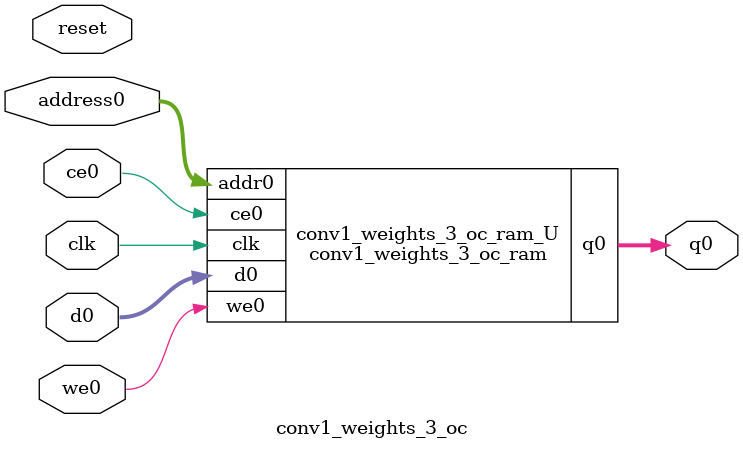
<source format=v>

`timescale 1 ns / 1 ps
module conv1_weights_3_oc_ram (addr0, ce0, d0, we0, q0,  clk);

parameter DWIDTH = 32;
parameter AWIDTH = 12;
parameter MEM_SIZE = 2400;

input[AWIDTH-1:0] addr0;
input ce0;
input[DWIDTH-1:0] d0;
input we0;
output reg[DWIDTH-1:0] q0;
input clk;

(* ram_style = "block" *)reg [DWIDTH-1:0] ram[0:MEM_SIZE-1];




always @(posedge clk)  
begin 
    if (ce0) 
    begin
        if (we0) 
        begin 
            ram[addr0] <= d0; 
            q0 <= d0;
        end 
        else 
            q0 <= ram[addr0];
    end
end


endmodule


`timescale 1 ns / 1 ps
module conv1_weights_3_oc(
    reset,
    clk,
    address0,
    ce0,
    we0,
    d0,
    q0);

parameter DataWidth = 32'd32;
parameter AddressRange = 32'd2400;
parameter AddressWidth = 32'd12;
input reset;
input clk;
input[AddressWidth - 1:0] address0;
input ce0;
input we0;
input[DataWidth - 1:0] d0;
output[DataWidth - 1:0] q0;



conv1_weights_3_oc_ram conv1_weights_3_oc_ram_U(
    .clk( clk ),
    .addr0( address0 ),
    .ce0( ce0 ),
    .we0( we0 ),
    .d0( d0 ),
    .q0( q0 ));

endmodule


</source>
